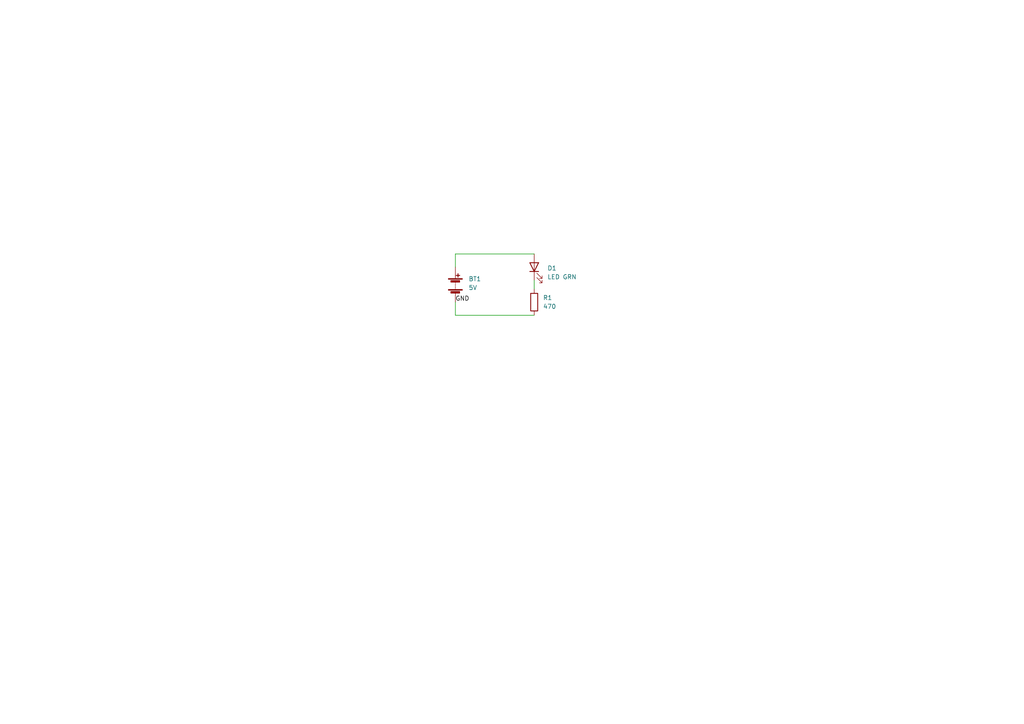
<source format=kicad_sch>
(kicad_sch (version 20211123) (generator eeschema)
  (paper "A4")
  (lib_symbols
    (symbol "Device:Battery" (pin_numbers hide) (pin_names (offset 0) hide)
      (property "Reference" "BT" (at 2.54 2.54 0))
      (property "Value" "Battery" (at 2.54 0 0))
      (symbol "Battery_0_1"
        (rectangle (start -2.032 -1.397) (end 2.032 -1.651) (fill (type outline)))
        (rectangle (start -2.032 1.778) (end 2.032 1.524) (fill (type outline)))
        (rectangle (start -1.3208 -1.9812) (end 1.27 -2.4892) (fill (type outline)))
        (rectangle (start -1.3208 1.1938) (end 1.27 0.6858) (fill (type outline)))
        (polyline (pts (xy 0 -1.524) (xy 0 -1.27)))
        (polyline (pts (xy 0 -1.016) (xy 0 -0.762)))
        (polyline (pts (xy 0 -0.508) (xy 0 -0.254)))
        (polyline (pts (xy 0 0) (xy 0 0.254)))
        (polyline (pts (xy 0 0.508) (xy 0 0.762)))
        (polyline (pts (xy 0 1.778) (xy 0 2.54)))
        (polyline (pts (xy 0.254 2.667) (xy 1.27 2.667)) (stroke (width 0.254)))
        (polyline (pts (xy 0.762 3.175) (xy 0.762 2.159)) (stroke (width 0.254)))
      )
      (symbol "Battery_1_1"
        (pin passive line (at 0 5.08 270) (length 2.54) (name "+") (number "1"))
        (pin passive line (at 0 -5.08 90) (length 2.54) (name "-") (number "2"))
      )
    )
    (symbol "Device:LED" (pin_numbers hide) (pin_names (offset 1.016) hide)
      (property "Reference" "D" (at 0 2.54 0))
      (property "Value" "LED" (at 0 -2.54 0))
      (symbol "LED_0_1"
        (polyline (pts (xy -1.27 -1.27) (xy -1.27 1.27)) (stroke (width 0.254)))
        (polyline (pts (xy -1.27 0) (xy 1.27 0)))
        (polyline (pts (xy 1.27 -1.27) (xy 1.27 1.27) (xy -1.27 0) (xy 1.27 -1.27)) (stroke (width 0.254)))
        (polyline (pts (xy -3.048 -0.762) (xy -4.572 -2.286) (xy -3.81 -2.286) (xy -4.572 -2.286) (xy -4.572 -1.524)))
        (polyline (pts (xy -1.778 -0.762) (xy -3.302 -2.286) (xy -2.54 -2.286) (xy -3.302 -2.286) (xy -3.302 -1.524)))
      )
      (symbol "LED_1_1"
        (pin passive line (at -3.81 0 0) (length 2.54) (name "K") (number "1"))
        (pin passive line (at 3.81 0 180) (length 2.54) (name "A") (number "2"))
      )
    )
    (symbol "Device:R" (pin_numbers hide) (pin_names (offset 0))
      (property "Reference" "R" (at 2.032 0 90))
      (property "Value" "R" (at 0 0 90))
      (symbol "R_0_1"
        (rectangle (start -1.016 -2.54) (end 1.016 2.54) (stroke (width 0.254)))
      )
      (symbol "R_1_1"
        (pin passive line (at 0 3.81 270) (length 1.27) (name "~") (number "1"))
        (pin passive line (at 0 -3.81 90) (length 1.27) (name "~") (number "2"))
      )
    )
  )
  (wire (pts (xy 154.94 91.44) (xy 132.08 91.44)))
  (wire (pts (xy 132.08 77.47) (xy 132.08 73.66)))
  (wire (pts (xy 154.94 81.28) (xy 154.94 83.82)))
  (wire (pts (xy 132.08 73.66) (xy 154.94 73.66)))
  (wire (pts (xy 132.08 91.44) (xy 132.08 87.63)))
  (label "GND" (at 132.08 87.63 0))
  (symbol (lib_id "Device:Battery") (at 132.08 82.55 0) (unit 1)
    (property "Reference" "BT1" (at 135.89 80.8989 0) (effects (justify left)))
    (property "Value" "5V" (at 135.89 83.4389 0) (effects (justify left)))
    (property "Footprint" "Connector_PinHeader_2.54mm:PinHeader_2x01_P2.54mm_Vertical" (effects hide))
  )
  (symbol (lib_id "Device:LED") (at 154.94 77.47 90) (unit 1)
    (property "Reference" "D1" (at 158.75 77.7874 90) (effects (justify right)))
    (property "Value" "LED GRN" (at 158.75 80.3274 90) (effects (justify right)))
    (property "Footprint" "LED_THT:LED_D5.0mm" (effects hide))
  )
  (symbol (lib_id "Device:R") (at 154.94 87.63 0) (unit 1)
    (property "Reference" "R1" (at 157.48 86.3599 0) (effects (justify left)))
    (property "Value" "470" (at 157.48 88.8999 0) (effects (justify left)))
    (property "Footprint" "Resistor_THT:R_Axial_DIN0309_L9.0mm_D3.2mm_P15.24mm_Horizontal" (effects hide))
  )
)
</source>
